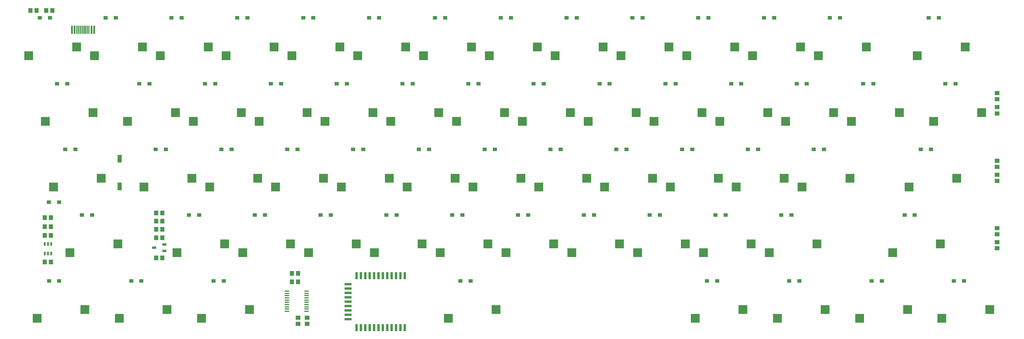
<source format=gbr>
%TF.GenerationSoftware,KiCad,Pcbnew,(5.1.0)-1*%
%TF.CreationDate,2019-04-30T15:13:16+08:00*%
%TF.ProjectId,keyboard,6b657962-6f61-4726-942e-6b696361645f,rev.C*%
%TF.SameCoordinates,PX3b67bd4PY97d81e8*%
%TF.FileFunction,Paste,Bot*%
%TF.FilePolarity,Positive*%
%FSLAX46Y46*%
G04 Gerber Fmt 4.6, Leading zero omitted, Abs format (unit mm)*
G04 Created by KiCad (PCBNEW (5.1.0)-1) date 2019-04-30 15:13:16*
%MOMM*%
%LPD*%
G04 APERTURE LIST*
%ADD10R,1.150000X0.650000*%
%ADD11R,1.160000X1.470000*%
%ADD12R,1.470000X1.160000*%
%ADD13R,2.550000X2.500000*%
%ADD14R,0.600000X2.450000*%
%ADD15R,0.300000X2.450000*%
%ADD16R,0.800000X2.000000*%
%ADD17R,2.000000X0.800000*%
%ADD18R,1.250000X1.000000*%
%ADD19R,1.200000X2.200000*%
%ADD20O,1.500000X0.350000*%
%ADD21R,0.600000X1.100000*%
G04 APERTURE END LIST*
D10*
X101435000Y-134597000D03*
X104385000Y-135547000D03*
X104385000Y-133647000D03*
D11*
X71998340Y-65747900D03*
X70218340Y-65747900D03*
D12*
X345482920Y-134795960D03*
X345482920Y-133015960D03*
X345482920Y-115203810D03*
X345482920Y-113423810D03*
X345482920Y-95611660D03*
X345482920Y-93831660D03*
D11*
X65599540Y-65747900D03*
X67379540Y-65747900D03*
D12*
X345482920Y-130703960D03*
X345482920Y-128923960D03*
X345482920Y-109342010D03*
X345482920Y-111122010D03*
X345482920Y-89760060D03*
X345482920Y-91540060D03*
D13*
X174248000Y-76358800D03*
X160398000Y-78898800D03*
X340935000Y-95408800D03*
X327085000Y-97948800D03*
X98047500Y-76358800D03*
X84197500Y-78898800D03*
X136148000Y-76358800D03*
X122298000Y-78898800D03*
X155198000Y-76358800D03*
X141348000Y-78898800D03*
X193298000Y-76358800D03*
X179448000Y-78898800D03*
X212348000Y-76358800D03*
X198498000Y-78898800D03*
X231398000Y-76358800D03*
X217548000Y-78898800D03*
X250448000Y-76358800D03*
X236598000Y-78898800D03*
X269498000Y-76358800D03*
X255648000Y-78898800D03*
X288548000Y-76358800D03*
X274698000Y-78898800D03*
X307598000Y-76358800D03*
X293748000Y-78898800D03*
X336172000Y-76358800D03*
X322322000Y-78898800D03*
X83760000Y-95408800D03*
X69910000Y-97948800D03*
X107572000Y-95408800D03*
X93722000Y-97948800D03*
X126622000Y-95408800D03*
X112772000Y-97948800D03*
X145672000Y-95408800D03*
X131822000Y-97948800D03*
X164722000Y-95408800D03*
X150872000Y-97948800D03*
X183772000Y-95408800D03*
X169922000Y-97948800D03*
X202822000Y-95408800D03*
X188972000Y-97948800D03*
X221872000Y-95408800D03*
X208022000Y-97948800D03*
X240922000Y-95408800D03*
X227072000Y-97948800D03*
X259972000Y-95408800D03*
X246122000Y-97948800D03*
X279022000Y-95408800D03*
X265172000Y-97948800D03*
X298072000Y-95408800D03*
X284222000Y-97948800D03*
X317122000Y-95408800D03*
X303272000Y-97948800D03*
X86141200Y-114459000D03*
X72291200Y-116999000D03*
X112335000Y-114459000D03*
X98485000Y-116999000D03*
X131385000Y-114459000D03*
X117535000Y-116999000D03*
X150435000Y-114459000D03*
X136585000Y-116999000D03*
X169485000Y-114459000D03*
X155635000Y-116999000D03*
X188535000Y-114459000D03*
X174685000Y-116999000D03*
X207585000Y-114459000D03*
X193735000Y-116999000D03*
X226635000Y-114459000D03*
X212785000Y-116999000D03*
X245685000Y-114459000D03*
X231835000Y-116999000D03*
X264735000Y-114459000D03*
X250885000Y-116999000D03*
X283785000Y-114459000D03*
X269935000Y-116999000D03*
X302835000Y-114459000D03*
X288985000Y-116999000D03*
X333791000Y-114459000D03*
X319941000Y-116999000D03*
X90903800Y-133509000D03*
X77053800Y-136049000D03*
X121860000Y-133509000D03*
X108010000Y-136049000D03*
X140910000Y-133509000D03*
X127060000Y-136049000D03*
X159960000Y-133509000D03*
X146110000Y-136049000D03*
X179010000Y-133509000D03*
X165160000Y-136049000D03*
X198060000Y-133509000D03*
X184210000Y-136049000D03*
X217110000Y-133509000D03*
X203260000Y-136049000D03*
X236160000Y-133509000D03*
X222310000Y-136049000D03*
X255210000Y-133509000D03*
X241360000Y-136049000D03*
X274260000Y-133509000D03*
X260410000Y-136049000D03*
X293310000Y-133509000D03*
X279460000Y-136049000D03*
X329029000Y-133509000D03*
X315179000Y-136049000D03*
X81378800Y-152559000D03*
X67528800Y-155099000D03*
X105191200Y-152559000D03*
X91341200Y-155099000D03*
X129004000Y-152559000D03*
X115154000Y-155099000D03*
X200441000Y-152559000D03*
X186591000Y-155099000D03*
X271879000Y-152559000D03*
X258029000Y-155099000D03*
X295691000Y-152559000D03*
X281841000Y-155099000D03*
X319504000Y-152559000D03*
X305654000Y-155099000D03*
X343316000Y-152559000D03*
X329466000Y-155099000D03*
X78997500Y-76358800D03*
X65147500Y-78898800D03*
X117098000Y-76358800D03*
X103248000Y-78898800D03*
D14*
X84051000Y-71364800D03*
X77601000Y-71364800D03*
X83276000Y-71364800D03*
X78376000Y-71364800D03*
D15*
X79076000Y-71364800D03*
X82576000Y-71364800D03*
X79576000Y-71364800D03*
X82076000Y-71364800D03*
X80076000Y-71364800D03*
X81576000Y-71364800D03*
X81076000Y-71364800D03*
X80576000Y-71364800D03*
D16*
X173987000Y-142757000D03*
X172717000Y-142757000D03*
X171447000Y-142757000D03*
X170177000Y-142757000D03*
X168907000Y-142757000D03*
X167637000Y-142757000D03*
X166367000Y-142757000D03*
X165097000Y-142757000D03*
X163827000Y-142757000D03*
X162557000Y-142757000D03*
X161287000Y-142757000D03*
X160017000Y-142757000D03*
D17*
X157577000Y-145177000D03*
X157577000Y-146447000D03*
X157577000Y-147717000D03*
X157577000Y-148987000D03*
X157577000Y-150257000D03*
X157577000Y-151527000D03*
X157577000Y-152797000D03*
X157577000Y-154067000D03*
D16*
X160017000Y-157757000D03*
X161287000Y-157757000D03*
X162557000Y-157757000D03*
X163827000Y-157757000D03*
X165097000Y-157757000D03*
X166367000Y-157757000D03*
X167637000Y-157757000D03*
X168907000Y-157757000D03*
X170177000Y-157757000D03*
X171447000Y-157757000D03*
X172717000Y-157757000D03*
X173987000Y-157757000D03*
D17*
X157577000Y-155337000D03*
D11*
X141337000Y-142057000D03*
X143117000Y-142057000D03*
X141337000Y-144480000D03*
X143117000Y-144480000D03*
D12*
X143109000Y-154885000D03*
X143109000Y-156665000D03*
D11*
X69785500Y-131063000D03*
X71565500Y-131063000D03*
X102020000Y-131716000D03*
X103800000Y-131716000D03*
X103800000Y-137574000D03*
X102020000Y-137574000D03*
X103800000Y-124494000D03*
X102020000Y-124494000D03*
X69785500Y-138758000D03*
X71565500Y-138758000D03*
D18*
X71304700Y-67917100D03*
X68354700Y-67917100D03*
X90360000Y-67917100D03*
X87410000Y-67917100D03*
X109415000Y-67917100D03*
X106465000Y-67917100D03*
X128470000Y-67917100D03*
X125520000Y-67917100D03*
X147525000Y-67917100D03*
X144575000Y-67917100D03*
X166580000Y-67917100D03*
X163630000Y-67917100D03*
X185636000Y-67917100D03*
X182686000Y-67917100D03*
X204691000Y-67917100D03*
X201741000Y-67917100D03*
X223746000Y-67917100D03*
X220796000Y-67917100D03*
X242802000Y-67917100D03*
X239852000Y-67917100D03*
X261857000Y-67917100D03*
X258907000Y-67917100D03*
X280912000Y-67917100D03*
X277962000Y-67917100D03*
X299968000Y-67917100D03*
X297018000Y-67917100D03*
X328606000Y-67917100D03*
X325656000Y-67917100D03*
X76247200Y-87053600D03*
X73297200Y-87053600D03*
X100061200Y-87053600D03*
X97111200Y-87053600D03*
X119109000Y-87053600D03*
X116159000Y-87053600D03*
X138157000Y-87053600D03*
X135207000Y-87053600D03*
X157206000Y-87053600D03*
X154256000Y-87053600D03*
X176254000Y-87053600D03*
X173304000Y-87053600D03*
X195302000Y-87053600D03*
X192352000Y-87053600D03*
X214231000Y-87053600D03*
X211281000Y-87053600D03*
X233291000Y-87053600D03*
X230341000Y-87053600D03*
X252351000Y-87053600D03*
X249401000Y-87053600D03*
X271391000Y-87053600D03*
X268441000Y-87053600D03*
X290361000Y-87053600D03*
X287411000Y-87053600D03*
X309591000Y-87053600D03*
X306641000Y-87053600D03*
X333401000Y-87053600D03*
X330451000Y-87053600D03*
X78626600Y-106096000D03*
X75676600Y-106096000D03*
X104827000Y-106096000D03*
X101877000Y-106096000D03*
X123876000Y-106096000D03*
X120926000Y-106096000D03*
X142925000Y-106096000D03*
X139975000Y-106096000D03*
X161974000Y-106096000D03*
X159024000Y-106096000D03*
X181023000Y-106096000D03*
X178073000Y-106096000D03*
X200072000Y-106096000D03*
X197122000Y-106096000D03*
X219121000Y-106096000D03*
X216171000Y-106096000D03*
X238170000Y-106096000D03*
X235220000Y-106096000D03*
X257219000Y-106096000D03*
X254269000Y-106096000D03*
X276268000Y-106096000D03*
X273318000Y-106096000D03*
X295317000Y-106096000D03*
X292367000Y-106096000D03*
X326277000Y-106096000D03*
X323327000Y-106096000D03*
X83492900Y-125098000D03*
X80542900Y-125098000D03*
X114463000Y-125098000D03*
X111513000Y-125098000D03*
X133512000Y-125098000D03*
X130562000Y-125098000D03*
X152561000Y-125098000D03*
X149611000Y-125098000D03*
X171610000Y-125098000D03*
X168660000Y-125098000D03*
X190659000Y-125098000D03*
X187709000Y-125098000D03*
X209707000Y-125098000D03*
X206757000Y-125098000D03*
X228756000Y-125098000D03*
X225806000Y-125098000D03*
X247805000Y-125098000D03*
X244855000Y-125098000D03*
X266854000Y-125098000D03*
X263904000Y-125098000D03*
X285903000Y-125098000D03*
X282953000Y-125098000D03*
X321603000Y-125098000D03*
X318653000Y-125098000D03*
X73950100Y-144220000D03*
X71000100Y-144220000D03*
X97748600Y-144220000D03*
X94798600Y-144220000D03*
X121548000Y-144220000D03*
X118598000Y-144220000D03*
X193008000Y-144220000D03*
X190058000Y-144220000D03*
X264420000Y-144220000D03*
X261470000Y-144220000D03*
X288236000Y-144220000D03*
X285286000Y-144220000D03*
X312052000Y-144220000D03*
X309102000Y-144220000D03*
X335868000Y-144220000D03*
X332918000Y-144220000D03*
D12*
X145682000Y-154885000D03*
X145682000Y-156665000D03*
D11*
X71565500Y-128516000D03*
X69785500Y-128516000D03*
X102020000Y-129303000D03*
X103800000Y-129303000D03*
X103800000Y-126890000D03*
X102020000Y-126890000D03*
D19*
X91440000Y-116800000D03*
X91440000Y-108800000D03*
D20*
X139884000Y-147220000D03*
X139884000Y-147870000D03*
X139884000Y-148520000D03*
X139884000Y-149170000D03*
X139884000Y-149820000D03*
X139884000Y-150470000D03*
X139884000Y-151120000D03*
X139884000Y-151770000D03*
X139884000Y-152420000D03*
X139884000Y-153070000D03*
X145584000Y-153070000D03*
X145584000Y-152420000D03*
X145584000Y-151770000D03*
X145584000Y-151120000D03*
X145584000Y-150470000D03*
X145584000Y-149820000D03*
X145584000Y-149170000D03*
X145584000Y-148520000D03*
X145584000Y-147870000D03*
X145584000Y-147220000D03*
D21*
X71635700Y-136310000D03*
X70685700Y-136310000D03*
X69735700Y-136310000D03*
X69735700Y-133510000D03*
X70685700Y-133510000D03*
X71635700Y-133510000D03*
D18*
X73908200Y-121432000D03*
X70958200Y-121432000D03*
D11*
X71565500Y-125877000D03*
X69785500Y-125877000D03*
M02*

</source>
